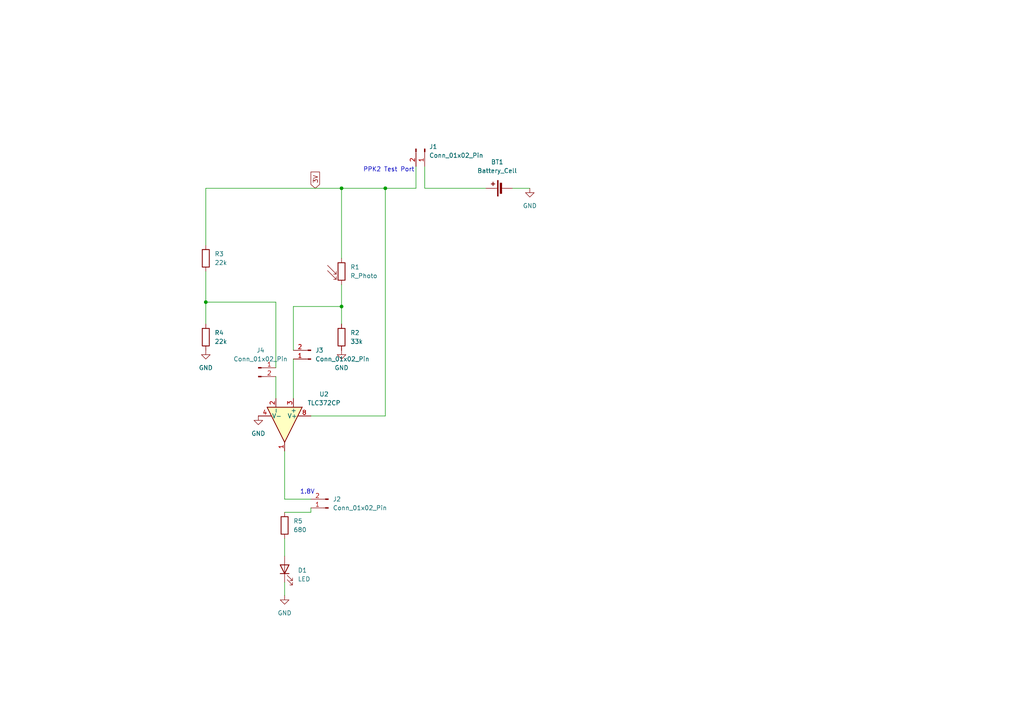
<source format=kicad_sch>
(kicad_sch (version 20231120) (generator "eeschema") (generator_version "8.0")
  (paper "A4")
  (lib_symbols
    (symbol "Connector:Conn_01x02_Pin" (pin_names (offset 1.016) hide)
      (property "Reference" "J" (at 0 2.54 0))
      (property "Value" "Conn_01x02_Pin" (at 0 -5.08 0))
      (symbol "Conn_01x02_Pin_1_1"
        (polyline (pts (xy 1.27 -2.54) (xy 0.8636 -2.54)) (stroke (width 0.1524)))
        (polyline (pts (xy 1.27 0) (xy 0.8636 0)) (stroke (width 0.1524)))
        (rectangle (start 0.8636 -2.413) (end 0 -2.667) (stroke (width 0.1524)) (fill (type outline)))
        (rectangle (start 0.8636 0.127) (end 0 -0.127) (stroke (width 0.1524)) (fill (type outline)))
        (pin passive line (at 5.08 0 180) (length 3.81) (name "Pin_1") (number "1"))
        (pin passive line (at 5.08 -2.54 180) (length 3.81) (name "Pin_2") (number "2"))
      )
    )
    (symbol "Device:Battery_Cell" (pin_numbers hide) (pin_names (offset 0) hide)
      (property "Reference" "BT" (at 2.54 2.54 0))
      (property "Value" "Battery_Cell" (at 2.54 0 0))
      (symbol "Battery_Cell_0_1"
        (rectangle (start -2.286 1.778) (end 2.286 1.524) (fill (type outline)))
        (rectangle (start -1.524 1.016) (end 1.524 0.508) (fill (type outline)))
        (polyline (pts (xy 0 0.762) (xy 0 0)))
        (polyline (pts (xy 0 1.778) (xy 0 2.54)))
        (polyline (pts (xy 0.762 3.048) (xy 1.778 3.048)) (stroke (width 0.254)))
        (polyline (pts (xy 1.27 3.556) (xy 1.27 2.54)) (stroke (width 0.254)))
      )
      (symbol "Battery_Cell_1_1"
        (pin passive line (at 0 5.08 270) (length 2.54) (name "+") (number "1"))
        (pin passive line (at 0 -2.54 90) (length 2.54) (name "-") (number "2"))
      )
    )
    (symbol "Device:LED" (pin_numbers hide) (pin_names (offset 1.016) hide)
      (property "Reference" "D" (at 0 2.54 0))
      (property "Value" "LED" (at 0 -2.54 0))
      (symbol "LED_0_1"
        (polyline (pts (xy -1.27 -1.27) (xy -1.27 1.27)) (stroke (width 0.254)))
        (polyline (pts (xy -1.27 0) (xy 1.27 0)))
        (polyline (pts (xy 1.27 -1.27) (xy 1.27 1.27) (xy -1.27 0) (xy 1.27 -1.27)) (stroke (width 0.254)))
        (polyline (pts (xy -3.048 -0.762) (xy -4.572 -2.286) (xy -3.81 -2.286) (xy -4.572 -2.286) (xy -4.572 -1.524)))
        (polyline (pts (xy -1.778 -0.762) (xy -3.302 -2.286) (xy -2.54 -2.286) (xy -3.302 -2.286) (xy -3.302 -1.524)))
      )
      (symbol "LED_1_1"
        (pin passive line (at -3.81 0 0) (length 2.54) (name "K") (number "1"))
        (pin passive line (at 3.81 0 180) (length 2.54) (name "A") (number "2"))
      )
    )
    (symbol "Device:R" (pin_numbers hide) (pin_names (offset 0))
      (property "Reference" "R" (at 2.032 0 90))
      (property "Value" "R" (at 0 0 90))
      (symbol "R_0_1"
        (rectangle (start -1.016 -2.54) (end 1.016 2.54) (stroke (width 0.254)))
      )
      (symbol "R_1_1"
        (pin passive line (at 0 3.81 270) (length 1.27) (name "~") (number "1"))
        (pin passive line (at 0 -3.81 90) (length 1.27) (name "~") (number "2"))
      )
    )
    (symbol "Device:R_Photo" (pin_numbers hide) (pin_names (offset 0))
      (property "Reference" "R" (at 1.27 1.27 0))
      (property "Value" "R_Photo" (at 1.27 0 0))
      (symbol "R_Photo_0_1"
        (rectangle (start -1.016 2.54) (end 1.016 -2.54) (stroke (width 0.254)))
        (polyline (pts (xy -1.524 -2.286) (xy -4.064 0.254)))
        (polyline (pts (xy -1.524 -2.286) (xy -2.286 -2.286)))
        (polyline (pts (xy -1.524 -2.286) (xy -1.524 -1.524)))
        (polyline (pts (xy -1.524 -0.762) (xy -4.064 1.778)))
        (polyline (pts (xy -1.524 -0.762) (xy -2.286 -0.762)))
        (polyline (pts (xy -1.524 -0.762) (xy -1.524 0)))
      )
      (symbol "R_Photo_1_1"
        (pin passive line (at 0 3.81 270) (length 1.27) (name "~") (number "1"))
        (pin passive line (at 0 -3.81 90) (length 1.27) (name "~") (number "2"))
      )
    )
    (symbol "kody_custom:TLC372CP" (pin_names (offset 0.127))
      (property "Reference" "U2" (at 11.43 6.3186 0))
      (property "Value" "TLC372CP" (at 11.43 3.7786 0))
      (symbol "TLC372CP_0_1"
        (polyline (pts (xy -5.08 5.08) (xy 5.08 0) (xy -5.08 -5.08) (xy -5.08 5.08)) (stroke (width 0.254)) (fill (type background)))
      )
      (symbol "TLC372CP_1_1"
        (pin open_collector line (at 7.62 0 180) (length 2.54) (name "~") (number "1"))
        (pin input line (at -7.62 -2.54 0) (length 2.54) (name "-") (number "2"))
        (pin input line (at -7.62 2.54 0) (length 2.54) (name "+") (number "3"))
        (pin power_in line (at -2.54 -7.62 90) (length 3.81) (name "V-") (number "4"))
        (pin power_in line (at -2.54 7.62 270) (length 3.81) (name "V+") (number "8"))
      )
    )
    (symbol "power:GND" (power) (pin_numbers hide) (pin_names (offset 0) hide)
      (property "Value" "GND" (at 0 -3.81 0))
      (symbol "GND_0_1"
        (polyline (pts (xy 0 0) (xy 0 -1.27) (xy 1.27 -1.27) (xy 0 -2.54) (xy -1.27 -1.27) (xy 0 -1.27)))
      )
      (symbol "GND_1_1"
        (pin power_in line (at 0 0 270) (length 0) (name "~") (number "1"))
      )
    )
  )
  (junction (at 59.69 87.63))
  (junction (at 99.06 88.9))
  (junction (at 99.06 54.61))
  (junction (at 111.76 54.61))
  (wire (pts (xy 82.55 156.21) (xy 82.55 161.29)))
  (wire (pts (xy 82.55 168.91) (xy 82.55 172.72)))
  (wire (pts (xy 99.06 88.9) (xy 99.06 93.98)))
  (wire (pts (xy 123.19 54.61) (xy 140.97 54.61)))
  (wire (pts (xy 80.01 115.57) (xy 80.01 109.22)))
  (wire (pts (xy 59.69 78.74) (xy 59.69 87.63)))
  (wire (pts (xy 80.01 87.63) (xy 59.69 87.63)))
  (wire (pts (xy 123.19 54.61) (xy 123.19 48.26)))
  (wire (pts (xy 82.55 130.81) (xy 82.55 144.78)))
  (wire (pts (xy 59.69 54.61) (xy 99.06 54.61)))
  (wire (pts (xy 82.55 148.59) (xy 90.17 148.59)))
  (wire (pts (xy 85.09 88.9) (xy 85.09 101.6)))
  (wire (pts (xy 59.69 71.12) (xy 59.69 54.61)))
  (wire (pts (xy 111.76 120.65) (xy 111.76 54.61)))
  (wire (pts (xy 90.17 148.59) (xy 90.17 147.32)))
  (wire (pts (xy 120.65 48.26) (xy 120.65 54.61)))
  (wire (pts (xy 80.01 106.68) (xy 80.01 87.63)))
  (wire (pts (xy 85.09 104.14) (xy 85.09 115.57)))
  (wire (pts (xy 99.06 82.55) (xy 99.06 88.9)))
  (wire (pts (xy 148.59 54.61) (xy 153.67 54.61)))
  (wire (pts (xy 82.55 144.78) (xy 90.17 144.78)))
  (wire (pts (xy 85.09 88.9) (xy 99.06 88.9)))
  (wire (pts (xy 111.76 54.61) (xy 120.65 54.61)))
  (wire (pts (xy 59.69 87.63) (xy 59.69 93.98)))
  (wire (pts (xy 90.17 120.65) (xy 111.76 120.65)))
  (wire (pts (xy 99.06 54.61) (xy 99.06 74.93)))
  (wire (pts (xy 99.06 54.61) (xy 111.76 54.61)))
  (text "1.8V" (at 89.154 142.748 0) (effects (font (size 1.27 1.27))))
  (text "PPK2 Test Port" (at 112.776 49.276 0) (effects (font (size 1.27 1.27))))
  (global_label "3V" (shape input) (at 91.44 54.61 90) (property "Intersheetrefs" "${INTERSHEET_REFS}" (effects (hide yes))))
  (symbol (lib_id "Connector:Conn_01x02_Pin") (at 90.17 104.14 180) (unit 1)
    (property "Reference" "J3" (at 91.44 101.5999 0) (effects (justify right)))
    (property "Value" "Conn_01x02_Pin" (at 91.44 104.1399 0) (effects (justify right)))
    (property "Footprint" "Connector_PinHeader_2.54mm:PinHeader_1x02_P2.54mm_Vertical" (effects (hide yes)))
    (property "Datasheet" "https://www.digikey.ca/en/products/detail/harwin-inc/M20-9990246/3728226" (effects (hide yes)))
    (property "Description" "Generic connector, single row, 01x02, script generated" (effects (hide yes)))
    (property "MFG #" "M20-9990246" (effects (hide yes)))
  )
  (symbol (lib_id "Device:R") (at 99.06 97.79 0) (unit 1)
    (property "Reference" "R2" (at 101.6 96.5199 0) (effects (justify left)))
    (property "Value" "33k" (at 101.6 99.0599 0) (effects (justify left)))
    (property "Footprint" "Resistor_THT:R_Axial_DIN0207_L6.3mm_D2.5mm_P7.62mm_Horizontal" (effects (hide yes)))
    (property "Datasheet" "https://www.digikey.ca/en/products/detail/stackpole-electronics-inc/CFM12JT33K0/1741940" (effects (hide yes)))
    (property "Description" "RES 33K OHM 5% 1/2W AXIAL" (effects (hide yes)))
    (property "MFG #" "CFM12JT33K0" (effects (hide yes)))
  )
  (symbol (lib_id "Connector:Conn_01x02_Pin") (at 95.25 147.32 180) (unit 1)
    (property "Reference" "J2" (at 96.52 144.7799 0) (effects (justify right)))
    (property "Value" "Conn_01x02_Pin" (at 96.52 147.3199 0) (effects (justify right)))
    (property "Footprint" "Connector_PinHeader_2.54mm:PinHeader_1x02_P2.54mm_Vertical" (effects (hide yes)))
    (property "Datasheet" "https://www.digikey.ca/en/products/detail/harwin-inc/M20-9990246/3728226" (effects (hide yes)))
    (property "Description" "Generic connector, single row, 01x02, script generated" (effects (hide yes)))
    (property "MFG #" "M20-9990246" (effects (hide yes)))
  )
  (symbol (lib_id "Device:R") (at 82.55 152.4 0) (unit 1)
    (property "Reference" "R5" (at 85.09 151.1299 0) (effects (justify left)))
    (property "Value" "680" (at 85.09 153.6699 0) (effects (justify left)))
    (property "Footprint" "Resistor_THT:R_Axial_DIN0207_L6.3mm_D2.5mm_P7.62mm_Horizontal" (effects (hide yes)))
    (property "Datasheet" "https://www.digikey.ca/en/products/detail/stackpole-electronics-inc/CF14JT680R/1741489" (effects (hide yes)))
    (property "Description" "RES 680 OHM 5% 1/4W AXIAL" (effects (hide yes)))
    (property "MFG #" "CF14JT680R" (effects (hide yes)))
  )
  (symbol (lib_id "power:GND") (at 74.93 120.65 0) (unit 1)
    (property "Reference" "#PWR04" (effects (hide yes)))
    (property "Value" "GND" (at 74.93 125.73 0))
    (property "Description" "Power symbol creates a global label with name \"GND\" , ground" (effects (hide yes)))
  )
  (symbol (lib_id "Connector:Conn_01x02_Pin") (at 74.93 106.68 0) (unit 1)
    (property "Reference" "J4" (at 75.565 101.6 0))
    (property "Value" "Conn_01x02_Pin" (at 75.565 104.14 0))
    (property "Footprint" "Connector_PinHeader_2.54mm:PinHeader_1x02_P2.54mm_Vertical" (effects (hide yes)))
    (property "Datasheet" "https://www.digikey.ca/en/products/detail/harwin-inc/M20-9990246/3728226" (effects (hide yes)))
    (property "Description" "Generic connector, single row, 01x02, script generated" (effects (hide yes)))
    (property "MFG #" "M20-9990246" (effects (hide yes)))
  )
  (symbol (lib_id "Device:R") (at 59.69 97.79 0) (unit 1)
    (property "Reference" "R4" (at 62.23 96.5199 0) (effects (justify left)))
    (property "Value" "22k" (at 62.23 99.0599 0) (effects (justify left)))
    (property "Footprint" "Resistor_THT:R_Axial_DIN0207_L6.3mm_D2.5mm_P7.62mm_Horizontal" (effects (hide yes)))
    (property "Datasheet" "https://www.digikey.ca/en/products/detail/stackpole-electronics-inc/CF12JT22K0/1741093" (effects (hide yes)))
    (property "Description" "RES 22K OHM 5% 1/2W AXIAL" (effects (hide yes)))
    (property "MFG #" "CF12JT22K0" (effects (hide yes)))
  )
  (symbol (lib_id "power:GND") (at 153.67 54.61 0) (unit 1)
    (property "Reference" "#PWR01" (effects (hide yes)))
    (property "Value" "GND" (at 153.67 59.69 0))
    (property "Description" "Power symbol creates a global label with name \"GND\" , ground" (effects (hide yes)))
  )
  (symbol (lib_id "Device:R") (at 59.69 74.93 0) (unit 1)
    (property "Reference" "R3" (at 62.23 73.6599 0) (effects (justify left)))
    (property "Value" "22k" (at 62.23 76.1999 0) (effects (justify left)))
    (property "Footprint" "Resistor_THT:R_Axial_DIN0207_L6.3mm_D2.5mm_P7.62mm_Horizontal" (effects (hide yes)))
    (property "Datasheet" "https://www.digikey.ca/en/products/detail/stackpole-electronics-inc/CF12JT22K0/1741093" (effects (hide yes)))
    (property "Description" "RES 22K OHM 5% 1/2W AXIAL" (effects (hide yes)))
    (property "MFG #" "CF12JT22K0" (effects (hide yes)))
  )
  (symbol (lib_id "power:GND") (at 99.06 101.6 0) (unit 1)
    (property "Reference" "#PWR02" (effects (hide yes)))
    (property "Value" "GND" (at 99.06 106.68 0))
    (property "Description" "Power symbol creates a global label with name \"GND\" , ground" (effects (hide yes)))
  )
  (symbol (lib_id "Connector:Conn_01x02_Pin") (at 123.19 43.18 270) (unit 1)
    (property "Reference" "J1" (at 124.46 42.5449 90) (effects (justify left)))
    (property "Value" "Conn_01x02_Pin" (at 124.46 45.0849 90) (effects (justify left)))
    (property "Footprint" "Connector_PinHeader_2.54mm:PinHeader_1x02_P2.54mm_Vertical" (effects (hide yes)))
    (property "Datasheet" "https://www.digikey.ca/en/products/detail/harwin-inc/M20-9990246/3728226" (effects (hide yes)))
    (property "Description" "Generic connector, single row, 01x02, script generated" (effects (hide yes)))
    (property "MFG #" "M20-9990246" (effects (hide yes)))
  )
  (symbol (lib_id "Device:LED") (at 82.55 165.1 90) (unit 1)
    (property "Reference" "D1" (at 86.36 165.4174 90) (effects (justify right)))
    (property "Value" "LED" (at 86.36 167.9574 90) (effects (justify right)))
    (property "Footprint" "LED_THT:LED_D5.0mm" (effects (hide yes)))
    (property "Datasheet" "https://www.digikey.ca/en/products/detail/broadcom-limited/HLMP-D150/637587" (effects (hide yes)))
    (property "Description" "LED RED DIFFUSED T-1 3/4 T/H" (effects (hide yes)))
    (property "MFG #" "HLMP-D150" (effects (hide yes)))
  )
  (symbol (lib_id "Device:Battery_Cell") (at 146.05 54.61 90) (unit 1)
    (property "Reference" "BT1" (at 144.2085 46.99 90))
    (property "Value" "Battery_Cell" (at 144.2085 49.53 90))
    (property "Footprint" "Battery:Battery_Panasonic_CR2032-HFN_Horizontal_CircularHoles" (effects (hide yes)))
    (property "Datasheet" "https://www.digikey.ca/en/products/detail/keystone-electronics/1066/303562" (effects (hide yes)))
    (property "Description" "BATTERY HOLDER COIN 20MM PC PIN" (effects (hide yes)))
    (property "MFG #" "1066" (effects (hide yes)))
  )
  (symbol (lib_id "Device:R_Photo") (at 99.06 78.74 0) (unit 1)
    (property "Reference" "R1" (at 101.6 77.4699 0) (effects (justify left)))
    (property "Value" "R_Photo" (at 101.6 80.0099 0) (effects (justify left)))
    (property "Footprint" "Resistor_THT:R_Axial_DIN0207_L6.3mm_D2.5mm_P7.62mm_Horizontal" (effects (hide yes)))
    (property "Datasheet" "https://www.digikey.ca/en/products/detail/advanced-photonix/PDV-P8104/480611?s=N4IgTCBcDaIAoBEBqBaOAOAjABgCwgF0BfIA" (effects (hide yes)))
    (property "Description" "CDS PHOTORESISTOR 27-60KOHM" (effects (hide yes)))
    (property "MFG #" "PDV-P8104" (effects (hide yes)))
  )
  (symbol (lib_id "kody_custom:TLC372CP") (at 82.55 123.19 270) (unit 1)
    (property "Reference" "U2" (at 93.98 114.3314 90))
    (property "Value" "TLC372CP" (at 93.98 116.8714 90))
    (property "Footprint" "Package_SO:SOIC-8_3.9x4.9mm_P1.27mm" (effects (hide yes)))
    (property "Datasheet" "http://www.ti.com/lit/ds/symlink/lm397.pdf" (effects (hide yes)))
    (property "Description" "Single General-Purpose Voltage Comparator with Open-Collector Output, SOT-23-5" (effects (hide yes)))
  )
  (symbol (lib_id "power:GND") (at 59.69 101.6 0) (unit 1)
    (property "Reference" "#PWR03" (effects (hide yes)))
    (property "Value" "GND" (at 59.69 106.68 0))
    (property "Description" "Power symbol creates a global label with name \"GND\" , ground" (effects (hide yes)))
  )
  (symbol (lib_id "power:GND") (at 82.55 172.72 0) (unit 1)
    (property "Reference" "#PWR05" (effects (hide yes)))
    (property "Value" "GND" (at 82.55 177.8 0))
    (property "Description" "Power symbol creates a global label with name \"GND\" , ground" (effects (hide yes)))
  )
)
</source>
